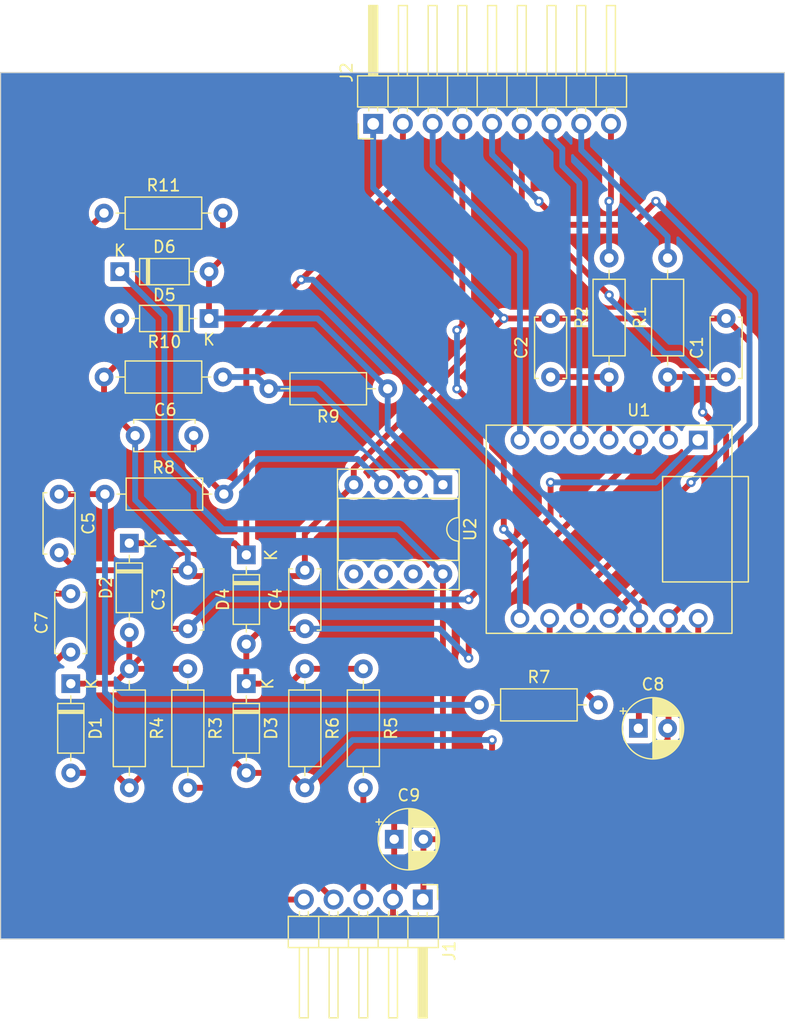
<source format=kicad_pcb>
(kicad_pcb (version 20221018) (generator pcbnew)
  (layers (0 "F.Cu" signal) (31 "B.Cu" signal) (34 "B.Paste" user) (35 "F.Paste" user) (36 "B.SilkS" user "B.Silkscreen") (37 "F.SilkS" user "F.Silkscreen") (38 "B.Mask" user) (39 "F.Mask" user) (44 "Edge.Cuts" user))
  (net 0 "")
  (net 1 "Net-(U1-PA4_A1_D1)")
  (net 2 "GND")
  (net 3 "Net-(U1-PA11_A3_D3)")
  (net 4 "Net-(D1-K)")
  (net 5 "Net-(D3-K)")
  (net 6 "Net-(C5-Pad1)")
  (net 7 "Net-(U2A-+)")
  (net 8 "Net-(J1-Pin_5)")
  (net 9 "Net-(C7-Pad2)")
  (net 10 "+3.3V")
  (net 11 "+5V")
  (net 12 "Net-(D5-K)")
  (net 13 "Net-(J1-Pin_3)")
  (net 14 "Net-(J1-Pin_4)")
  (net 15 "Net-(J2-Pin_3)")
  (net 16 "Net-(J2-Pin_4)")
  (net 17 "Net-(J2-Pin_5)")
  (net 18 "Net-(J2-Pin_6)")
  (net 19 "Net-(J2-Pin_7)")
  (net 20 "Net-(J2-Pin_8)")
  (net 21 "Net-(J2-Pin_9)")
  (net 22 "Net-(U1-PA7_A8_D8_SCK)")
  (net 23 "Net-(U2A--)")
  (footprint "Resistor_THT:R_Axial_DIN0207_L6.3mm_D2.5mm_P10.16mm_Horizontal" (layer "F.Cu") (at 161.08 81 180)
    (fp_text reference "R9" (at 5.08 -2.37) (layer "F.SilkS"))
    (fp_text value "2K7")
    (pad "1" thru_hole circle (at 0 0 180) (size 1.6 1.6) (drill 0.8) (layers "*.Cu" "*.Mask") (net 12 "Net-(D5-K)"))
    (pad "2" thru_hole oval (at 10.16 0 180) (size 1.6 1.6) (drill 0.8) (layers "*.Cu" "*.Mask") (net 23 "Net-(U2A--)"))
  )
  (footprint "Resistor_THT:R_Axial_DIN0207_L6.3mm_D2.5mm_P10.16mm_Horizontal" (layer "F.Cu") (at 168.92 108)
    (fp_text reference "R7" (at 5.08 -2.37) (layer "F.SilkS"))
    (fp_text value "220R")
    (pad "1" thru_hole circle (at 0 0) (size 1.6 1.6) (drill 0.8) (layers "*.Cu" "*.Mask") (net 6 "Net-(C5-Pad1)"))
    (pad "2" thru_hole oval (at 10.16 0) (size 1.6 1.6) (drill 0.8) (layers "*.Cu" "*.Mask") (net 22 "Net-(U1-PA7_A8_D8_SCK)"))
  )
  (footprint "Diode_THT:D_DO-35_SOD27_P7.62mm_Horizontal" (layer "F.Cu") (at 134 106.19 -90)
    (fp_text reference "D1" (at 3.81 -2.12 90) (layer "F.SilkS"))
    (fp_text value "BAT43")
    (fp_text user "K" (at 0 -1.8 90) (layer "F.SilkS"))
    (pad "1" thru_hole rect (at 0 0 270) (size 1.6 1.6) (drill 0.8) (layers "*.Cu" "*.Mask") (net 4 "Net-(D1-K)"))
    (pad "2" thru_hole oval (at 7.62 0 270) (size 1.6 1.6) (drill 0.8) (layers "*.Cu" "*.Mask") (net 2 "GND"))
  )
  (footprint "Diode_THT:D_DO-35_SOD27_P7.62mm_Horizontal" (layer "F.Cu") (at 145.81 75 180)
    (fp_text reference "D5" (at 3.81 2) (layer "F.SilkS"))
    (fp_text value "BAT43")
    (fp_text user "K" (at 0 -1.8) (layer "F.SilkS"))
    (pad "1" thru_hole rect (at 0 0 180) (size 1.6 1.6) (drill 0.8) (layers "*.Cu" "*.Mask") (net 12 "Net-(D5-K)"))
    (pad "2" thru_hole oval (at 7.62 0 180) (size 1.6 1.6) (drill 0.8) (layers "*.Cu" "*.Mask") (net 2 "GND"))
  )
  (footprint "Package_DIP:DIP-8_W7.62mm_Socket" (layer "F.Cu") (at 165.8 89.2 -90)
    (fp_text reference "U2" (at 3.81 -2.33 90) (layer "F.SilkS"))
    (fp_text value "MCP6002-xP")
    (pad "1" thru_hole rect (at 0 0 270) (size 1.6 1.6) (drill 0.8) (layers "*.Cu" "*.Mask") (net 12 "Net-(D5-K)"))
    (pad "2" thru_hole oval (at 0 2.54 270) (size 1.6 1.6) (drill 0.8) (layers "*.Cu" "*.Mask") (net 23 "Net-(U2A--)"))
    (pad "3" thru_hole oval (at 0 5.08 270) (size 1.6 1.6) (drill 0.8) (layers "*.Cu" "*.Mask") (net 7 "Net-(U2A-+)"))
    (pad "4" thru_hole oval (at 0 7.62 270) (size 1.6 1.6) (drill 0.8) (layers "*.Cu" "*.Mask") (net 2 "GND"))
    (pad "5" thru_hole oval (at 7.62 7.62 270) (size 1.6 1.6) (drill 0.8) (layers "*.Cu" "*.Mask"))
    (pad "6" thru_hole oval (at 7.62 5.08 270) (size 1.6 1.6) (drill 0.8) (layers "*.Cu" "*.Mask"))
    (pad "7" thru_hole oval (at 7.62 2.54 270) (size 1.6 1.6) (drill 0.8) (layers "*.Cu" "*.Mask"))
    (pad "8" thru_hole oval (at 7.62 0 270) (size 1.6 1.6) (drill 0.8) (layers "*.Cu" "*.Mask") (net 11 "+5V"))
  )
  (footprint "Resistor_THT:R_Axial_DIN0207_L6.3mm_D2.5mm_P10.16mm_Horizontal" (layer "F.Cu") (at 147.08 90 180)
    (fp_text reference "R8" (at 5.144389 2.268736) (layer "F.SilkS"))
    (fp_text value "220R")
    (pad "1" thru_hole circle (at 0 0 180) (size 1.6 1.6) (drill 0.8) (layers "*.Cu" "*.Mask") (net 7 "Net-(U2A-+)"))
    (pad "2" thru_hole oval (at 10.16 0 180) (size 1.6 1.6) (drill 0.8) (layers "*.Cu" "*.Mask") (net 6 "Net-(C5-Pad1)"))
  )
  (footprint "Capacitor_THT:C_Disc_D5.0mm_W2.5mm_P5.00mm" (layer "F.Cu") (at 134 103.5 90)
    (fp_text reference "C7" (at 2.5 -2.5 90) (layer "F.SilkS"))
    (fp_text value "10nF")
    (pad "1" thru_hole circle (at 0 0 90) (size 1.6 1.6) (drill 0.8) (layers "*.Cu" "*.Mask") (net 8 "Net-(J1-Pin_5)"))
    (pad "2" thru_hole circle (at 5 0 90) (size 1.6 1.6) (drill 0.8) (layers "*.Cu" "*.Mask") (net 9 "Net-(C7-Pad2)"))
  )
  (footprint "Capacitor_THT:CP_Radial_D5.0mm_P2.50mm" (layer "F.Cu") (at 161.635718 119.475155)
    (fp_text reference "C9" (at 1.25 -3.75) (layer "F.SilkS"))
    (fp_text value "10uF")
    (pad "1" thru_hole rect (at 0 0) (size 1.6 1.6) (drill 0.8) (layers "*.Cu" "*.Mask") (net 11 "+5V"))
    (pad "2" thru_hole circle (at 2.5 0) (size 1.6 1.6) (drill 0.8) (layers "*.Cu" "*.Mask") (net 2 "GND"))
  )
  (footprint "Diode_THT:D_DO-35_SOD27_P7.62mm_Horizontal" (layer "F.Cu") (at 149 95.19 -90)
    (fp_text reference "D4" (at 3.81 2 90) (layer "F.SilkS"))
    (fp_text value "BAT43")
    (fp_text user "K" (at 0.013865 -2.111522 90) (layer "F.SilkS"))
    (pad "1" thru_hole rect (at 0 0 270) (size 1.6 1.6) (drill 0.8) (layers "*.Cu" "*.Mask") (net 10 "+3.3V"))
    (pad "2" thru_hole oval (at 7.62 0 270) (size 1.6 1.6) (drill 0.8) (layers "*.Cu" "*.Mask") (net 5 "Net-(D3-K)"))
  )
  (footprint "Capacitor_THT:CP_Radial_D5.0mm_P2.50mm" (layer "F.Cu") (at 182.5 110)
    (fp_text reference "C8" (at 1.25 -3.75) (layer "F.SilkS"))
    (fp_text value "10uF")
    (pad "1" thru_hole rect (at 0 0) (size 1.6 1.6) (drill 0.8) (layers "*.Cu" "*.Mask") (net 10 "+3.3V"))
    (pad "2" thru_hole circle (at 2.5 0) (size 1.6 1.6) (drill 0.8) (layers "*.Cu" "*.Mask") (net 2 "GND"))
  )
  (footprint "Capacitor_THT:C_Disc_D5.0mm_W2.5mm_P5.00mm" (layer "F.Cu") (at 144.5 85 180)
    (fp_text reference "C6" (at 2.427948 2.196684) (layer "F.SilkS"))
    (fp_text value "10nF")
    (pad "1" thru_hole circle (at 0 0 180) (size 1.6 1.6) (drill 0.8) (layers "*.Cu" "*.Mask") (net 7 "Net-(U2A-+)"))
    (pad "2" thru_hole circle (at 5 0 180) (size 1.6 1.6) (drill 0.8) (layers "*.Cu" "*.Mask") (net 2 "GND"))
  )
  (footprint "Capacitor_THT:C_Disc_D5.0mm_W2.5mm_P5.00mm" (layer "F.Cu") (at 133 90 -90)
    (fp_text reference "C5" (at 2.5 -2.5 90) (layer "F.SilkS"))
    (fp_text value "10nF")
    (pad "1" thru_hole circle (at 0 0 270) (size 1.6 1.6) (drill 0.8) (layers "*.Cu" "*.Mask") (net 6 "Net-(C5-Pad1)"))
    (pad "2" thru_hole circle (at 5 0 270) (size 1.6 1.6) (drill 0.8) (layers "*.Cu" "*.Mask") (net 2 "GND"))
  )
  (footprint "Connector_PinHeader_2.54mm:PinHeader_1x09_P2.54mm_Horizontal" (layer "F.Cu") (at 159.84 58.375 90)
    (fp_text reference "J2" (at 4.385 -2.27 90) (layer "F.SilkS"))
    (fp_text value "POTS/SWITCHES")
    (pad "1" thru_hole rect (at 0 0 90) (size 1.7 1.7) (drill 1) (layers "*.Cu" "*.Mask") (net 2 "GND"))
    (pad "2" thru_hole oval (at 0 2.54 90) (size 1.7 1.7) (drill 1) (layers "*.Cu" "*.Mask") (net 10 "+3.3V"))
    (pad "3" thru_hole oval (at 0 5.08 90) (size 1.7 1.7) (drill 1) (layers "*.Cu" "*.Mask") (net 15 "Net-(J2-Pin_3)"))
    (pad "4" thru_hole oval (at 0 7.62 90) (size 1.7 1.7) (drill 1) (layers "*.Cu" "*.Mask") (net 16 "Net-(J2-Pin_4)"))
    (pad "5" thru_hole oval (at 0 10.16 90) (size 1.7 1.7) (drill 1) (layers "*.Cu" "*.Mask") (net 17 "Net-(J2-Pin_5)"))
    (pad "6" thru_hole oval (at 0 12.7 90) (size 1.7 1.7) (drill 1) (layers "*.Cu" "*.Mask") (net 18 "Net-(J2-Pin_6)"))
    (pad "7" thru_hole oval (at 0 15.24 90) (size 1.7 1.7) (drill 1) (layers "*.Cu" "*.Mask") (net 19 "Net-(J2-Pin_7)"))
    (pad "8" thru_hole oval (at 0 17.78 90) (size 1.7 1.7) (drill 1) (layers "*.Cu" "*.Mask") (net 20 "Net-(J2-Pin_8)"))
    (pad "9" thru_hole oval (at 0 20.32 90) (size 1.7 1.7) (drill 1) (layers "*.Cu" "*.Mask") (net 21 "Net-(J2-Pin_9)"))
  )
  (footprint "Capacitor_THT:C_Disc_D5.0mm_W2.5mm_P5.00mm" (layer "F.Cu") (at 175 80 90)
    (fp_text reference "C2" (at 2.5 -2.5 90) (layer "F.SilkS"))
    (fp_text value "100nF")
    (pad "1" thru_hole circle (at 0 0 90) (size 1.6 1.6) (drill 0.8) (layers "*.Cu" "*.Mask") (net 3 "Net-(U1-PA11_A3_D3)"))
    (pad "2" thru_hole circle (at 5 0 90) (size 1.6 1.6) (drill 0.8) (layers "*.Cu" "*.Mask") (net 2 "GND"))
  )
  (footprint "Resistor_THT:R_Axial_DIN0207_L6.3mm_D2.5mm_P10.16mm_Horizontal" (layer "F.Cu") (at 154 104.92 -90)
    (fp_text reference "R6" (at 5.08 -2.37 90) (layer "F.SilkS"))
    (fp_text value "33K")
    (pad "1" thru_hole circle (at 0 0 270) (size 1.6 1.6) (drill 0.8) (layers "*.Cu" "*.Mask") (net 5 "Net-(D3-K)"))
    (pad "2" thru_hole oval (at 10.16 0 270) (size 1.6 1.6) (drill 0.8) (layers "*.Cu" "*.Mask") (net 2 "GND"))
  )
  (footprint "Resistor_THT:R_Axial_DIN0207_L6.3mm_D2.5mm_P10.16mm_Horizontal" (layer "F.Cu") (at 136.84 66)
    (fp_text reference "R11" (at 5.08 -2.37) (layer "F.SilkS"))
    (fp_text value "330R")
    (pad "1" thru_hole circle (at 0 0) (size 1.6 1.6) (drill 0.8) (layers "*.Cu" "*.Mask") (net 9 "Net-(C7-Pad2)"))
    (pad "2" thru_hole oval (at 10.16 0) (size 1.6 1.6) (drill 0.8) (layers "*.Cu" "*.Mask") (net 12 "Net-(D5-K)"))
  )
  (footprint "Diode_THT:D_DO-35_SOD27_P7.62mm_Horizontal" (layer "F.Cu") (at 139 94.19 -90)
    (fp_text reference "D2" (at 3.81 2 90) (layer "F.SilkS"))
    (fp_text value "BAT43")
    (fp_text user "K" (at 0 -1.8 90) (layer "F.SilkS"))
    (pad "1" thru_hole rect (at 0 0 270) (size 1.6 1.6) (drill 0.8) (layers "*.Cu" "*.Mask") (net 10 "+3.3V"))
    (pad "2" thru_hole oval (at 7.62 0 270) (size 1.6 1.6) (drill 0.8) (layers "*.Cu" "*.Mask") (net 4 "Net-(D1-K)"))
  )
  (footprint "Capacitor_THT:C_Disc_D5.0mm_W2.5mm_P5.00mm" (layer "F.Cu") (at 154 101.5 90)
    (fp_text reference "C4" (at 2.5 -2.5 90) (layer "F.SilkS"))
    (fp_text value "100nF")
    (pad "1" thru_hole circle (at 0 0 90) (size 1.6 1.6) (drill 0.8) (layers "*.Cu" "*.Mask") (net 5 "Net-(D3-K)"))
    (pad "2" thru_hole circle (at 5 0 90) (size 1.6 1.6) (drill 0.8) (layers "*.Cu" "*.Mask") (net 2 "GND"))
  )
  (footprint "Connector_PinHeader_2.54mm:PinHeader_1x05_P2.54mm_Horizontal" (layer "F.Cu") (at 164.075 124.625 -90)
    (fp_text reference "J1" (at 4.385 -2.27 90) (layer "F.SilkS"))
    (fp_text value "POWER/SIGNALS")
    (pad "1" thru_hole rect (at 0 0 270) (size 1.7 1.7) (drill 1) (layers "*.Cu" "*.Mask") (net 2 "GND"))
    (pad "2" thru_hole oval (at 0 2.54 270) (size 1.7 1.7) (drill 1) (layers "*.Cu" "*.Mask") (net 11 "+5V"))
    (pad "3" thru_hole oval (at 0 5.08 270) (size 1.7 1.7) (drill 1) (layers "*.Cu" "*.Mask") (net 13 "Net-(J1-Pin_3)"))
    (pad "4" thru_hole oval (at 0 7.62 270) (size 1.7 1.7) (drill 1) (layers "*.Cu" "*.Mask") (net 14 "Net-(J1-Pin_4)"))
    (pad "5" thru_hole oval (at 0 10.16 270) (size 1.7 1.7) (drill 1) (layers "*.Cu" "*.Mask") (net 8 "Net-(J1-Pin_5)"))
  )
  (footprint "Resistor_THT:R_Axial_DIN0207_L6.3mm_D2.5mm_P10.16mm_Horizontal" (layer "F.Cu") (at 185 80 90)
    (fp_text reference "R1" (at 5.08 -2.37 90) (layer "F.SilkS"))
    (fp_text value "1K")
    (pad "1" thru_hole circle (at 0 0 90) (size 1.6 1.6) (drill 0.8) (layers "*.Cu" "*.Mask") (net 1 "Net-(U1-PA4_A1_D1)"))
    (pad "2" thru_hole oval (at 10.16 0 90) (size 1.6 1.6) (drill 0.8) (layers "*.Cu" "*.Mask") (net 20 "Net-(J2-Pin_8)"))
  )
  (footprint "Diode_THT:D_DO-35_SOD27_P7.62mm_Horizontal" (layer "F.Cu") (at 149 106.19 -90)
    (fp_text reference "D3" (at 3.81 -2.12 90) (layer "F.SilkS"))
    (fp_text value "BAT43")
    (fp_text user "K" (at 0 -1.8 90) (layer "F.SilkS"))
    (pad "1" thru_hole rect (at 0 0 270) (size 1.6 1.6) (drill 0.8) (layers "*.Cu" "*.Mask") (net 5 "Net-(D3-K)"))
    (pad "2" thru_hole oval (at 7.62 0 270) (size 1.6 1.6) (drill 0.8) (layers "*.Cu" "*.Mask") (net 2 "GND"))
  )
  (footprint "Resistor_THT:R_Axial_DIN0207_L6.3mm_D2.5mm_P10.16mm_Horizontal" (layer "F.Cu") (at 180 80 90)
    (fp_text reference "R2" (at 5.08 -2.37 90) (layer "F.SilkS"))
    (fp_text value "1K")
    (pad "1" thru_hole circle (at 0 0 90) (size 1.6 1.6) (drill 0.8) (layers "*.Cu" "*.Mask") (net 3 "Net-(U1-PA11_A3_D3)"))
    (pad "2" thru_hole oval (at 10.16 0 90) (size 1.6 1.6) (drill 0.8) (layers "*.Cu" "*.Mask") (net 21 "Net-(J2-Pin_9)"))
  )
  (footprint "Capacitor_THT:C_Disc_D5.0mm_W2.5mm_P5.00mm" (layer "F.Cu") (at 144 101.5 90)
    (fp_text reference "C3" (at 2.5 -2.5 90) (layer "F.SilkS"))
    (fp_text value "10nF")
    (pad "1" thru_hole circle (at 0 0 90) (size 1.6 1.6) (drill 0.8) (layers "*.Cu" "*.Mask") (net 4 "Net-(D1-K)"))
    (pad "2" thru_hole circle (at 5 0 90) (size 1.6 1.6) (drill 0.8) (layers "*.Cu" "*.Mask") (net 2 "GND"))
  )
  (footprint "Resistor_THT:R_Axial_DIN0207_L6.3mm_D2.5mm_P10.16mm_Horizontal" (layer "F.Cu") (at 147 80 180)
    (fp_text reference "R10" (at 5 3) (layer "F.SilkS"))
    (fp_text value "5K6")
    (pad "1" thru_hole circle (at 0 0 180) (size 1.6 1.6) (drill 0.8) (layers "*.Cu" "*.Mask") (net 23 "Net-(U2A--)"))
    (pad "2" thru_hole oval (at 10.16 0 180) (size 1.6 1.6) (drill 0.8) (layers "*.Cu" "*.Mask") (net 2 "GND"))
  )
  (footprint "Resistor_THT:R_Axial_DIN0207_L6.3mm_D2.5mm_P10.16mm_Horizontal" (layer "F.Cu") (at 159 104.92 -90)
    (fp_text reference "R5" (at 5.08 -2.37 90) (layer "F.SilkS"))
    (fp_text value "22K")
    (pad "1" thru_hole circle (at 0 0 270) (size 1.6 1.6) (drill 0.8) (layers "*.Cu" "*.Mask") (net 5 "Net-(D3-K)"))
    (pad "2" thru_hole oval (at 10.16 0 270) (size 1.6 1.6) (drill 0.8) (layers "*.Cu" "*.Mask") (net 13 "Net-(J1-Pin_3)"))
  )
  (footprint "Diode_THT:D_DO-35_SOD27_P7.62mm_Horizontal" (layer "F.Cu") (at 138.19 71)
    (fp_text reference "D6" (at 3.81 -2.12) (layer "F.SilkS"))
    (fp_text value "BAT43")
    (fp_text user "K" (at 0 -1.8) (layer "F.SilkS"))
    (pad "1" thru_hole rect (at 0 0) (size 1.6 1.6) (drill 0.8) (layers "*.Cu" "*.Mask") (net 11 "+5V"))
    (pad "2" thru_hole oval (at 7.62 0) (size 1.6 1.6) (drill 0.8) (layers "*.Cu" "*.Mask") (net 12 "Net-(D5-K)"))
  )
  (footprint "Capacitor_THT:C_Disc_D5.0mm_W2.5mm_P5.00mm" (layer "F.Cu") (at 190 80 90)
    (fp_text reference "C1" (at 2.5 -2.5 90) (layer "F.SilkS"))
    (fp_text value "100nF")
    (pad "1" thru_hole circle (at 0 0 90) (size 1.6 1.6) (drill 0.8) (layers "*.Cu" "*.Mask") (net 1 "Net-(U1-PA4_A1_D1)"))
    (pad "2" thru_hole circle (at 5 0 90) (size 1.6 1.6) (drill 0.8) (layers "*.Cu" "*.Mask") (net 2 "GND"))
  )
  (footprint "Resistor_THT:R_Axial_DIN0207_L6.3mm_D2.5mm_P10.16mm_Horizontal" (layer "F.Cu") (at 139 104.92 -90)
    (fp_text reference "R4" (at 5.08 -2.37 90) (layer "F.SilkS"))
    (fp_text value "330K")
    (pad "1" thru_hole circle (at 0 0 270) (size 1.6 1.6) (drill 0.8) (layers "*.Cu" "*.Mask") (net 4 "Net-(D1-K)"))
    (pad "2" thru_hole oval (at 10.16 0 270) (size 1.6 1.6) (drill 0.8) (layers "*.Cu" "*.Mask") (net 2 "GND"))
  )
  (footprint "Resistor_THT:R_Axial_DIN0207_L6.3mm_D2.5mm_P10.16mm_Horizontal" (layer "F.Cu") (at 144 104.92 -90)
    (fp_text reference "R3" (at 5.08 -2.37 90) (layer "F.SilkS"))
    (fp_text value "220K")
    (pad "1" thru_hole circle (at 0 0 270) (size 1.6 1.6) (drill 0.8) (layers "*.Cu" "*.Mask") (net 4 "Net-(D1-K)"))
    (pad "2" thru_hole oval (at 10.16 0 270) (size 1.6 1.6) (drill 0.8) (layers "*.Cu" "*.Mask") (net 14 "Net-(J1-Pin_4)"))
  )
  (footprint "footprints:MOUDLE14P-2.54-21X17.8MM" (layer "F.Cu") (at 180 93)
    (fp_text reference "U1" (at 2.54 -10.16 unlocked) (layer "F.SilkS"))
    (fp_text value "MOUDLE-SEEEDUINO-XIAO")
    (pad "1" thru_hole rect (at 7.62 -7.62) (size 1.6 1.6) (drill 1) (layers "*.Cu" "*.Mask") (net 4 "Net-(D1-K)"))
    (pad "2" thru_hole circle (at 5.08 -7.62) (size 1.6 1.6) (drill 1) (layers "*.Cu" "*.Mask") (net 1 "Net-(U1-PA4_A1_D1)"))
    (pad "3" thru_hole circle (at 2.54 -7.62) (size 1.6 1.6) (drill 1) (layers "*.Cu" "*.Mask") (net 5 "Net-(D3-K)"))
    (pad "4" thru_hole circle (at 0 -7.62) (size 1.6 1.6) (drill 1) (layers "*.Cu" "*.Mask") (net 3 "Net-(U1-PA11_A3_D3)"))
    (pad "5" thru_hole circle (at -2.54 -7.62) (size 1.6 1.6) (drill 1) (layers "*.Cu" "*.Mask") (net 19 "Net-(J2-Pin_7)"))
    (pad "6" thru_hole circle (at -5.08 -7.62) (size 1.6 1.6) (drill 1) (layers "*.Cu" "*.Mask"))
    (pad "7" thru_hole circle (at -7.62 -7.62) (size 1.6 1.6) (drill 1) (layers "*.Cu" "*.Mask") (net 15 "Net-(J2-Pin_3)"))
    (pad "8" thru_hole circle (at -7.62 7.62) (size 1.6 1.6) (drill 1) (layers "*.Cu" "*.Mask") (net 16 "Net-(J2-Pin_4)"))
    (pad "9" thru_hole circle (at -5.08 7.62) (size 1.6 1.6) (drill 1) (layers "*.Cu" "*.Mask") (net 22 "Net-(U1-PA7_A8_D8_SCK)"))
    (pad "10" thru_hole circle (at -2.54 7.62) (size 1.6 1.6) (drill 1) (layers "*.Cu" "*.Mask") (net 17 "Net-(J2-Pin_5)"))
    (pad "11" thru_hole circle (at 0 7.62) (size 1.6 1.6) (drill 1) (layers "*.Cu" "*.Mask") (net 18 "Net-(J2-Pin_6)"))
    (pad "12" thru_hole circle (at 2.54 7.62) (size 1.6 1.6) (drill 1) (layers "*.Cu" "*.Mask") (net 10 "+3.3V"))
    (pad "13" thru_hole circle (at 5.08 7.62) (size 1.6 1.6) (drill 1) (layers "*.Cu" "*.Mask") (net 2 "GND"))
    (pad "14" thru_hole circle (at 7.62 7.62) (size 1.6 1.6) (drill 1) (layers "*.Cu" "*.Mask") (net 11 "+5V"))
  )
  (gr_line (start 128 128) (end 145 128) (stroke (width 0.1)) (layer "Edge.Cuts"))
  (gr_line (start 195 54) (end 195 128) (stroke (width 0.1)) (layer "Edge.Cuts"))
  (gr_line (start 128 54) (end 128 128) (stroke (width 0.1)) (layer "Edge.Cuts"))
  (gr_line (start 145 128) (end 176 128) (stroke (width 0.1)) (layer "Edge.Cuts"))
  (gr_line (start 195 128) (end 176 128) (stroke (width 0.1)) (layer "Edge.Cuts"))
  (gr_line (start 150 54) (end 190 54) (stroke (width 0.1)) (layer "Edge.Cuts"))
  (gr_line (start 150 54) (end 128 54) (stroke (width 0.1)) (layer "Edge.Cuts"))
  (gr_line (start 190 54) (end 195 54) (stroke (width 0.1)) (layer "Edge.Cuts"))
  (segment (start 185 85.3) (end 185.08 85.38) (width 0.5) (layer "F.Cu") (net 1))
  (segment (start 185 80) (end 185 85.3) (width 0.5) (layer "F.Cu") (net 1))
  (segment (start 190 80) (end 185 80) (width 0.5) (layer "F.Cu") (net 1))
  (segment (start 138.19 78.65) (end 136.84 80) (width 0.5) (layer "F.Cu") (net 2))
  (segment (start 176.524845 119.475155) (end 164.135718 119.475155) (width 0.5) (layer "F.Cu") (net 2))
  (segment (start 185 110) (end 185 111) (width 0.5) (layer "F.Cu") (net 2))
  (segment (start 185.08 100.62) (end 185.08 109.92) (width 0.5) (layer "F.Cu") (net 2))
  (segment (start 152.73 113.81) (end 154 115.08) (width 0.5) (layer "F.Cu") (net 2))
  (segment (start 133 95) (end 134.5 96.5) (width 0.5) (layer "F.Cu") (net 2))
  (segment (start 175 75) (end 190 75) (width 0.5) (layer "F.Cu") (net 2))
  (segment (start 170 111) (end 170 112.95031) (width 0.5) (layer "F.Cu") (net 2))
  (segment (start 153.5 97) (end 154 96.5) (width 0.5) (layer "F.Cu") (net 2))
  (segment (start 136.84 82.34) (end 139.5 85) (width 0.5) (layer "F.Cu") (net 2))
  (segment (start 144 96.5) (end 144.5 97) (width 0.5) (layer "F.Cu") (net 2))
  (segment (start 139 115.08) (end 141.08 113) (width 0.5) (layer "F.Cu") (net 2))
  (segment (start 138.19 75) (end 138.19 78.65) (width 0.5) (layer "F.Cu") (net 2))
  (segment (start 171 75) (end 175 75) (width 0.5) (layer "F.Cu") (net 2))
  (segment (start 137.73 113.81) (end 139 115.08) (width 0.5) (layer "F.Cu") (net 2))
  (segment (start 148.19 113) (end 149 113.81) (width 0.5) (layer "F.Cu") (net 2))
  (segment (start 191.25 84.75) (end 192 84) (width 0.5) (layer "F.Cu") (net 2))
  (segment (start 158.18 87.82) (end 171 75) (width 0.5) (layer "F.Cu") (net 2))
  (segment (start 141.08 113) (end 148.19 113) (width 0.5) (layer "F.Cu") (net 2))
  (segment (start 144.5 97) (end 153.5 97) (width 0.5) (layer "F.Cu") (net 2))
  (segment (start 164.135718 119.475155) (end 164.135718 124.564282) (width 0.5) (layer "F.Cu") (net 2))
  (segment (start 185.08 109.92) (end 185 110) (width 0.5) (layer "F.Cu") (net 2))
  (segment (start 149 113.81) (end 152.73 113.81) (width 0.5) (layer "F.Cu") (net 2))
  (segment (start 134.5 96.5) (end 144 96.5) (width 0.5) (layer "F.Cu") (net 2))
  (segment (start 154 93.38) (end 158.18 89.2) (width 0.5) (layer "F.Cu") (net 2))
  (segment (start 170 112.95031) (end 176.524845 119.475155) (width 0.5) (layer "F.Cu") (net 2))
  (segment (start 192 77) (end 190 75) (width 0.5) (layer "F.Cu") (net 2))
  (segment (start 164.135718 124.564282) (end 164.075 124.625) (width 0.5) (layer "F.Cu") (net 2))
  (segment (start 136.84 80) (end 136.84 82.34) (width 0.5) (layer "F.Cu") (net 2))
  (segment (start 154 96.5) (end 154 93.38) (width 0.5) (layer "F.Cu") (net 2))
  (segment (start 185 111) (end 176.524845 119.475155) (width 0.5) (layer "F.Cu") (net 2))
  (segment (start 185.08 100.62) (end 191.25 94.45) (width 0.5) (layer "F.Cu") (net 2))
  (segment (start 192 84) (end 192 77) (width 0.5) (layer "F.Cu") (net 2))
  (segment (start 158.18 89.2) (end 158.18 87.82) (width 0.5) (layer "F.Cu") (net 2))
  (segment (start 191.25 94.45) (end 191.25 84.75) (width 0.5) (layer "F.Cu") (net 2))
  (segment (start 134 113.81) (end 137.73 113.81) (width 0.5) (layer "F.Cu") (net 2))
  (via (at 170 111) (size 0.8) (drill 0.4) (layers "F.Cu" "B.Cu") (net 2))
  (via (at 171 75) (size 0.8) (drill 0.4) (layers "F.Cu" "B.Cu") (net 2))
  (segment (start 139.5 90.5) (end 144 95) (width 0.5) (layer "B.Cu") (net 2))
  (segment (start 139.5 85) (end 139.5 90.5) (width 0.5) (layer "B.Cu") (net 2))
  (segment (start 154 115.08) (end 158.08 111) (width 0.5) (layer "B.Cu") (net 2))
  (segment (start 159.84 58.375) (end 159.84 63.84) (width 0.5) (layer "B.Cu") (net 2))
  (segment (start 159.84 63.84) (end 171 75) (width 0.5) (layer "B.Cu") (net 2))
  (segment (start 158.08 111) (end 170 111) (width 0.5) (layer "B.Cu") (net 2))
  (segment (start 144 95) (end 144 96.5) (width 0.5) (layer "B.Cu") (net 2))
  (segment (start 175 80) (end 180 80) (width 0.5) (layer "F.Cu") (net 3))
  (segment (start 180 80) (end 180 85.38) (width 0.5) (layer "F.Cu") (net 3))
  (segment (start 175 92) (end 168 99) (width 0.5) (layer "F.Cu") (net 4))
  (segment (start 144 101.5) (end 142.42 101.5) (width 0.5) (layer "F.Cu") (net 4))
  (segment (start 137.73 106.19) (end 139 104.92) (width 0.5) (layer "F.Cu") (net 4))
  (segment (start 142.42 101.5) (end 139 104.92) (width 0.5) (layer "F.Cu") (net 4))
  (segment (start 139 104.92) (end 139 101.81) (width 0.5) (layer "F.Cu") (net 4))
  (segment (start 175 89) (end 175 92) (width 0.5) (layer "F.Cu") (net 4))
  (segment (start 134 106.19) (end 137.73 106.19) (width 0.5) (layer "F.Cu") (net 4))
  (segment (start 139 104.92) (end 144 104.92) (width 0.5) (layer "F.Cu") (net 4))
  (via (at 175 89) (size 0.8) (drill 0.4) (layers "F.Cu" "B.Cu") (net 4))
  (via (at 168 99) (size 0.8) (drill 0.4) (layers "F.Cu" "B.Cu") (net 4))
  (segment (start 168 99) (end 146.5 99) (width 0.5) (layer "B.Cu") (net 4))
  (segment (start 146.5 99) (end 144 101.5) (width 0.5) (layer "B.Cu") (net 4))
  (segment (start 184 89) (end 175 89) (width 0.5) (layer "B.Cu") (net 4))
  (segment (start 187.62 85.38) (end 184 89) (width 0.5) (layer "B.Cu") (net 4))
  (segment (start 182.54 86.46) (end 168 101) (width 0.5) (layer "F.Cu") (net 5))
  (segment (start 182.54 85.38) (end 182.54 86.46) (width 0.5) (layer "F.Cu") (net 5))
  (segment (start 168 101) (end 168 104) (width 0.5) (layer "F.Cu") (net 5))
  (segment (start 154 101.5) (end 150.31 101.5) (width 0.5) (layer "F.Cu") (net 5))
  (segment (start 150.31 101.5) (end 149 102.81) (width 0.5) (layer "F.Cu") (net 5))
  (segment (start 149 102.81) (end 149 106.19) (width 0.5) (layer "F.Cu") (net 5))
  (segment (start 149 106.19) (end 152.73 106.19) (width 0.5) (layer "F.Cu") (net 5))
  (segment (start 152.73 106.19) (end 154 104.92) (width 0.5) (layer "F.Cu") (net 5))
  (segment (start 154 104.92) (end 159 104.92) (width 0.5) (layer "F.Cu") (net 5))
  (via (at 168 104) (size 0.8) (drill 0.4) (layers "F.Cu" "B.Cu") (net 5))
  (segment (start 168 104) (end 165.5 101.5) (width 0.5) (layer "B.Cu") (net 5))
  (segment (start 165.5 101.5) (end 154 101.5) (width 0.5) (layer "B.Cu") (net 5))
  (segment (start 133 90) (end 136.92 90) (width 0.5) (layer "F.Cu") (net 6))
  (segment (start 168.92 108) (end 138 108) (width 0.5) (layer "B.Cu") (net 6))
  (segment (start 136.92 106.92) (end 136.92 90) (width 0.5) (layer "B.Cu") (net 6))
  (segment (start 138 108) (end 136.92 106.92) (width 0.5) (layer "B.Cu") (net 6))
  (segment (start 144.5 85) (end 144.5 87.42) (width 0.5) (layer "F.Cu") (net 7))
  (segment (start 144.5 87.42) (end 147.08 90) (width 0.5) (layer "F.Cu") (net 7))
  (segment (start 149.13 87.87) (end 150 87) (width 0.5) (layer "B.Cu") (net 7))
  (segment (start 149.13 87.95) (end 149.13 87.87) (width 0.5) (layer "B.Cu") (net 7))
  (segment (start 158.52 87) (end 160.72 89.2) (width 0.5) (layer "B.Cu") (net 7))
  (segment (start 147.08 90) (end 149.13 87.95) (width 0.5) (layer "B.Cu") (net 7))
  (segment (start 150 87) (end 158.52 87) (width 0.5) (layer "B.Cu") (net 7))
  (segment (start 133.5 103.5) (end 132 105) (width 0.5) (layer "F.Cu") (net 8))
  (segment (start 132 114.5) (end 142.125 124.625) (width 0.5) (layer "F.Cu") (net 8))
  (segment (start 132 105) (end 132 114.5) (width 0.5) (layer "F.Cu") (net 8))
  (segment (start 134 103.5) (end 133.5 103.5) (width 0.5) (layer "F.Cu") (net 8))
  (segment (start 142.125 124.625) (end 153.915 124.625) (width 0.5) (layer "F.Cu") (net 8))
  (segment (start 131 71.84) (end 131 96.75) (width 0.5) (layer "F.Cu") (net 9))
  (segment (start 136.84 66) (end 131 71.84) (width 0.5) (layer "F.Cu") (net 9))
  (segment (start 131 96.75) (end 132.75 98.5) (width 0.5) (layer "F.Cu") (net 9))
  (segment (start 132.75 98.5) (end 134 98.5) (width 0.5) (layer "F.Cu") (net 9))
  (segment (start 153.68875 71.68875) (end 162.38 62.9975) (width 0.5) (layer "F.Cu") (net 10))
  (segment (start 149 76.3775) (end 153.68875 71.68875) (width 0.5) (layer "F.Cu") (net 10))
  (segment (start 139 94.19) (end 148 94.19) (width 0.5) (layer "F.Cu") (net 10))
  (segment (start 182.54 109.96) (end 182.5 110) (width 0.5) (layer "F.Cu") (net 10))
  (segment (start 148 94.19) (end 149 95.19) (width 0.5) (layer "F.Cu") (net 10))
  (segment (start 182.54 100.62) (end 182.54 109.96) (width 0.5) (layer "F.Cu") (net 10))
  (segment (start 162.38 62.9975) (end 162.38 58.375) (width 0.5) (layer "F.Cu") (net 10))
  (segment (start 149 95.19) (end 149 76.3775) (width 0.5) (layer "F.Cu") (net 10))
  (via (at 153.68875 71.68875) (size 0.8) (drill 0.4) (layers "F.Cu" "B.Cu") (net 10))
  (segment (start 154.68875 71.68875) (end 153.68875 71.68875) (width 0.5) (layer "B.Cu") (net 10))
  (segment (start 182.54 99.54) (end 154.68875 71.68875) (width 0.5) (layer "B.Cu") (net 10))
  (segment (start 182.54 100.62) (end 182.54 99.54) (width 0.5) (layer "B.Cu") (net 10))
  (segment (start 162 127) (end 161.535 126.535) (width 0.5) (layer "F.Cu") (net 11))
  (segment (start 161.635718 124.524282) (end 161.535 124.625) (width 0.5) (layer "F.Cu") (net 11))
  (segment (start 161.635718 117.364282) (end 161.635718 119.475155) (width 0.5) (layer "F.Cu") (net 11))
  (segment (start 187.62 111.38) (end 172 127) (width 0.5) (layer "F.Cu") (net 11))
  (segment (start 165.8 113.2) (end 161.635718 117.364282) (width 0.5) (layer "F.Cu") (net 11))
  (segment (start 161.635718 119.475155) (end 161.635718 124.524282) (width 0.5) (layer "F.Cu") (net 11))
  (segment (start 187.62 100.62) (end 187.62 111.38) (width 0.5) (layer "F.Cu") (net 11))
  (segment (start 165.8 96.82) (end 165.8 113.2) (width 0.5) (layer "F.Cu") (net 11))
  (segment (start 161.535 126.535) (end 161.535 124.625) (width 0.5) (layer "F.Cu") (net 11))
  (segment (start 172 127) (end 162 127) (width 0.5) (layer "F.Cu") (net 11))
  (segment (start 161.98 93) (end 165.8 96.82) (width 0.5) (layer "B.Cu") (net 11))
  (segment (start 142 74.81) (end 142 86.687767) (width 0.5) (layer "B.Cu") (net 11))
  (segment (start 145 89.687767) (end 145 91) (width 0.5) (layer "B.Cu") (net 11))
  (segment (start 145 91) (end 147 93) (width 0.5) (layer "B.Cu") (net 11))
  (segment (start 142 86.687767) (end 145 89.687767) (width 0.5) (layer "B.Cu") (net 11))
  (segment (start 138.19 71) (end 142 74.81) (width 0.5) (layer "B.Cu") (net 11))
  (segment (start 147 93) (end 161.98 93) (width 0.5) (layer "B.Cu") (net 11))
  (segment (start 147 66) (end 147 69.81) (width 0.5) (layer "F.Cu") (net 12))
  (segment (start 147 69.81) (end 145.81 71) (width 0.5) (layer "F.Cu") (net 12))
  (segment (start 145.81 71) (end 145.81 75) (width 0.5) (layer "F.Cu") (net 12))
  (segment (start 161.08 81) (end 161.08 84.48) (width 0.5) (layer "B.Cu") (net 12))
  (segment (start 161.08 84.48) (end 165.8 89.2) (width 0.5) (layer "B.Cu") (net 12))
  (segment (start 155.08 75) (end 161.08 81) (width 0.5) (layer "B.Cu") (net 12))
  (segment (start 145.81 75) (end 155.08 75) (width 0.5) (layer "B.Cu") (net 12))
  (segment (start 159 115.08) (end 159 124.62) (width 0.5) (layer "F.Cu") (net 13))
  (segment (start 159 124.62) (end 158.995 124.625) (width 0.5) (layer "F.Cu") (net 13))
  (segment (start 146.91 115.08) (end 156.455 124.625) (width 0.5) (layer "F.Cu") (net 14))
  (segment (start 144 115.08) (end 146.91 115.08) (width 0.5) (layer "F.Cu") (net 14))
  (segment (start 164.92 61.92) (end 164.92 58.375) (width 0.5) (layer "B.Cu") (net 15))
  (segment (start 172.38 85.38) (end 172.38 69.38) (width 0.5) (layer "B.Cu") (net 15))
  (segment (start 172.38 69.38) (end 164.92 61.92) (width 0.5) (layer "B.Cu") (net 15))
  (segment (start 170 86) (end 170 84) (width 0.5) (layer "F.Cu") (net 16))
  (segment (start 171 93) (end 171 87) (width 0.5) (layer "F.Cu") (net 16))
  (segment (start 171 87) (end 170 86) (width 0.5) (layer "F.Cu") (net 16))
  (segment (start 167 76) (end 167.46 75.54) (width 0.5) (layer "F.Cu") (net 16))
  (segment (start 170 84) (end 167 81) (width 0.5) (layer "F.Cu") (net 16))
  (segment (start 167.46 75.54) (end 167.46 58.375) (width 0.5) (layer "F.Cu") (net 16))
  (via (at 167 76) (size 0.8) (drill 0.4) (layers "F.Cu" "B.Cu") (net 16))
  (via (at 167 81) (size 0.8) (drill 0.4) (layers "F.Cu" "B.Cu") (net 16))
  (via (at 171 93) (size 0.8) (drill 0.4) (layers "F.Cu" "B.Cu") (net 16))
  (segment (start 172.38 100.62) (end 172.38 94.38) (width 0.5) (layer "B.Cu") (net 16))
  (segment (start 167 81) (end 167 76) (width 0.5) (layer "B.Cu") (net 16))
  (segment (start 172.38 94.38) (end 171 93) (width 0.5) (layer "B.Cu") (net 16))
  (segment (start 177.46 100.62) (end 177.46 98.54) (width 0.5) (layer "F.Cu") (net 17))
  (segment (start 182 67) (end 176 67) (width 0.5) (layer "F.Cu") (net 17))
  (segment (start 184 65) (end 182 67) (width 0.5) (layer "F.Cu") (net 17))
  (segment (start 177.46 98.54) (end 187 89) (width 0.5) (layer "F.Cu") (net 17))
  (segment (start 176 67) (end 174 65) (width 0.5) (layer "F.Cu") (net 17))
  (via (at 187 89) (size 0.8) (drill 0.4) (layers "F.Cu" "B.Cu") (net 17))
  (via (at 184 65) (size 0.8) (drill 0.4) (layers "F.Cu" "B.Cu") (net 17))
  (via (at 174 65) (size 0.8) (drill 0.4) (layers "F.Cu" "B.Cu") (net 17))
  (segment (start 187 89) (end 192 84) (width 0.5) (layer "B.Cu") (net 17))
  (segment (start 174 65) (end 170 61) (width 0.5) (layer "B.Cu") (net 17))
  (segment (start 192 84) (end 192 73) (width 0.5) (layer "B.Cu") (net 17))
  (segment (start 170 61) (end 170 58.375) (width 0.5) (layer "B.Cu") (net 17))
  (segment (start 192 73) (end 184 65) (width 0.5) (layer "B.Cu") (net 17))
  (segment (start 180 100.62) (end 190 90.62) (width 0.5) (layer "F.Cu") (net 18))
  (segment (start 172.54 65.54) (end 172.54 58.375) (width 0.5) (layer "F.Cu") (net 18))
  (segment (start 180 73) (end 172.54 65.54) (width 0.5) (layer "F.Cu") (net 18))
  (segment (start 190 90.62) (end 190 85) (width 0.5) (layer "F.Cu") (net 18))
  (segment (start 190 85) (end 188 83) (width 0.5) (layer "F.Cu") (net 18))
  (via (at 188 83) (size 0.8) (drill 0.4) (layers "F.Cu" "B.Cu") (net 18))
  (via (at 180 73) (size 0.8) (drill 0.4) (layers "F.Cu" "B.Cu") (net 18))
  (segment (start 180 73.232233) (end 180 73) (width 0.5) (layer "B.Cu") (net 18))
  (segment (start 184.767767 78) (end 180 73.232233) (width 0.5) (layer "B.Cu") (net 18))
  (segment (start 186 78) (end 184.767767 78) (width 0.5) (layer "B.Cu") (net 18))
  (segment (start 188 83) (end 188 80) (width 0.5) (layer "B.Cu") (net 18))
  (segment (start 188 80) (end 186 78) (width 0.5) (layer "B.Cu") (net 18))
  (segment (start 176 60.497081) (end 176 61.957081) (width 0.5) (layer "B.Cu") (net 19))
  (segment (start 177.46 63.417081) (end 177.46 85.38) (width 0.5) (layer "B.Cu") (net 19))
  (segment (start 176 61.957081) (end 177.46 63.417081) (width 0.5) (layer "B.Cu") (net 19))
  (segment (start 175.08 58.375) (end 175.08 59.577081) (width 0.5) (layer "B.Cu") (net 19))
  (segment (start 175.08 59.577081) (end 176 60.497081) (width 0.5) (layer "B.Cu") (net 19))
  (segment (start 185 69.84) (end 185 68) (width 0.5) (layer "B.Cu") (net 20))
  (segment (start 177.62 60.62) (end 177.62 58.375) (width 0.5) (layer "B.Cu") (net 20))
  (segment (start 185 68) (end 177.62 60.62) (width 0.5) (layer "B.Cu") (net 20))
  (segment (start 180 65) (end 180.16 64.84) (width 0.5) (layer "F.Cu") (net 21))
  (segment (start 180 58.535) (end 180.16 58.375) (width 0.5) (layer "F.Cu") (net 21))
  (segment (start 180.16 64.84) (end 180.16 58.375) (width 0.5) (layer "F.Cu") (net 21))
  (via (at 180 65) (size 0.8) (drill 0.4) (layers "F.Cu" "B.Cu") (net 21))
  (segment (start 180 69.84) (end 180 65) (width 0.5) (layer "B.Cu") (net 21))
  (segment (start 174.92 103.84) (end 179.08 108) (width 0.5) (layer "F.Cu") (net 22))
  (segment (start 174.92 100.62) (end 174.92 103.84) (width 0.5) (layer "F.Cu") (net 22))
  (segment (start 150.92 81) (end 155.06 81) (width 0.5) (layer "B.Cu") (net 23))
  (segment (start 155.06 81) (end 163.26 89.2) (width 0.5) (layer "B.Cu") (net 23))
  (segment (start 147 80) (end 149.92 80) (width 0.5) (layer "B.Cu") (net 23))
  (segment (start 149.92 80) (end 150.92 81) (width 0.5) (layer "B.Cu") (net 23))
  (zone (net 0) (net_name "") (layer "F.Cu") (connect_pads (clearance 0.5)) (min_thickness 0.25) (fill yes (thermal_gap 0.5) (thermal_bridge_width 0.5) (island_removal_mode 1) (island_area_min 10))
    (polygon (pts (xy 128 54) (xy 128 128) (xy 195 128) (xy 195 54)))
  )
  (zone (net 0) (net_name "") (layer "B.Cu") (priority 1) (connect_pads (clearance 0.5)) (min_thickness 0.25) (fill yes (thermal_gap 0.5) (thermal_bridge_width 0.5) (island_removal_mode 1) (island_area_min 10))
    (polygon (pts (xy 128 54) (xy 128 128) (xy 195 128) (xy 195 54)))
  )
)
</source>
